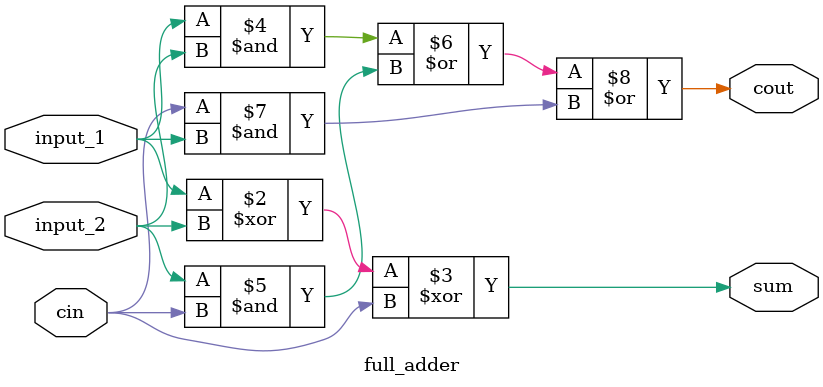
<source format=sv>
module full_adder (input_1,input_2,cin,cout,sum);

input wire input_1,input_2,cin;
output reg sum,cout;

always_comb begin 
    sum =input_1 ^ input_2 ^ cin;
    cout = (input_1 & input_2) | (input_2 & cin) | (cin & input_1);

end
    
endmodule
</source>
